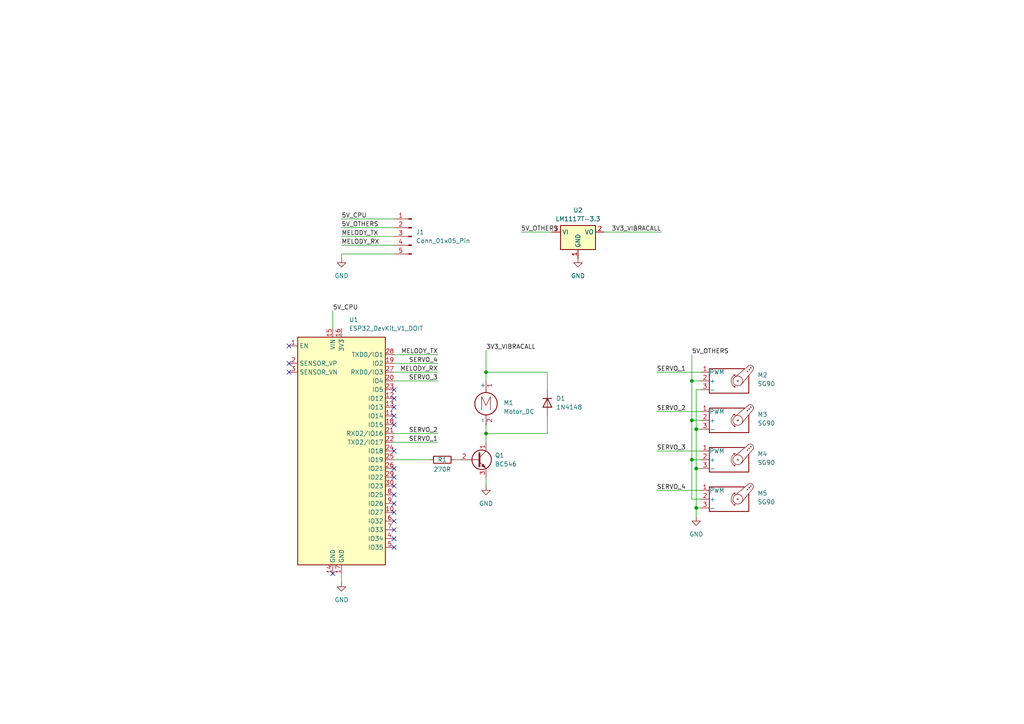
<source format=kicad_sch>
(kicad_sch (version 20250114) (generator "eeschema") (generator_version "9.0")
  (paper "A4")
  (title_block (title "Accessibility Module") (rev "2") (company "UTFPR") (comment 1 "Integration Workshop"))
  (lib_symbols
    (symbol "Connector:Conn_01x05_Pin" (pin_names (offset 1.016) (hide yes))
      (property "Reference" "J" (at 0 7.62 0))
      (property "Value" "Conn_01x05_Pin" (at 0 -7.62 0))
      (symbol "Conn_01x05_Pin_1_1"
        (rectangle (start 0.8636 5.207) (end 0 4.953) (stroke (width 0.1524)) (fill (type outline)))
        (rectangle (start 0.8636 2.667) (end 0 2.413) (stroke (width 0.1524)) (fill (type outline)))
        (rectangle (start 0.8636 0.127) (end 0 -0.127) (stroke (width 0.1524)) (fill (type outline)))
        (rectangle (start 0.8636 -2.413) (end 0 -2.667) (stroke (width 0.1524)) (fill (type outline)))
        (rectangle (start 0.8636 -4.953) (end 0 -5.207) (stroke (width 0.1524)) (fill (type outline)))
        (polyline (pts (xy 1.27 5.08) (xy 0.8636 5.08)) (stroke (width 0.1524)))
        (polyline (pts (xy 1.27 2.54) (xy 0.8636 2.54)) (stroke (width 0.1524)))
        (polyline (pts (xy 1.27 0) (xy 0.8636 0)) (stroke (width 0.1524)))
        (polyline (pts (xy 1.27 -2.54) (xy 0.8636 -2.54)) (stroke (width 0.1524)))
        (polyline (pts (xy 1.27 -5.08) (xy 0.8636 -5.08)) (stroke (width 0.1524)))
        (pin passive line (at 5.08 5.08 180) (length 3.81) (name "Pin_1") (number "1"))
        (pin passive line (at 5.08 2.54 180) (length 3.81) (name "Pin_2") (number "2"))
        (pin passive line (at 5.08 0 180) (length 3.81) (name "Pin_3") (number "3"))
        (pin passive line (at 5.08 -2.54 180) (length 3.81) (name "Pin_4") (number "4"))
        (pin passive line (at 5.08 -5.08 180) (length 3.81) (name "Pin_5") (number "5"))
      )
    )
    (symbol "Device:D" (pin_numbers (hide yes)) (pin_names (offset 1.016) (hide yes))
      (property "Reference" "D" (at 0 2.54 0))
      (property "Value" "D" (at 0 -2.54 0))
      (symbol "D_0_1"
        (polyline (pts (xy -1.27 1.27) (xy -1.27 -1.27)) (stroke (width 0.254)))
        (polyline (pts (xy 1.27 1.27) (xy 1.27 -1.27) (xy -1.27 0) (xy 1.27 1.27)) (stroke (width 0.254)))
        (polyline (pts (xy 1.27 0) (xy -1.27 0)))
      )
      (symbol "D_1_1"
        (pin passive line (at -3.81 0 0) (length 2.54) (name "K") (number "1"))
        (pin passive line (at 3.81 0 180) (length 2.54) (name "A") (number "2"))
      )
    )
    (symbol "Device:R" (pin_numbers (hide yes)) (pin_names (offset 0))
      (property "Reference" "R" (at 2.032 0 90))
      (property "Value" "R" (at 0 0 90))
      (symbol "R_0_1"
        (rectangle (start -1.016 -2.54) (end 1.016 2.54) (stroke (width 0.254)))
      )
      (symbol "R_1_1"
        (pin passive line (at 0 3.81 270) (length 1.27) (name "~") (number "1"))
        (pin passive line (at 0 -3.81 90) (length 1.27) (name "~") (number "2"))
      )
    )
    (symbol "Motor:Motor_DC" (pin_names (offset 0))
      (property "Reference" "M" (at 2.54 2.54 0))
      (property "Value" "Motor_DC" (at 2.54 -5.08 0))
      (symbol "Motor_DC_0_0"
        (polyline (pts (xy -1.27 -3.302) (xy -1.27 0.508) (xy 0 -2.032) (xy 1.27 0.508) (xy 1.27 -3.302)))
      )
      (symbol "Motor_DC_0_1"
        (polyline (pts (xy 0 2.032) (xy 0 2.54)))
        (polyline (pts (xy 0 1.7272) (xy 0 2.0828)))
        (circle (center 0 -1.524) (radius 3.2512) (stroke (width 0.254)))
        (polyline (pts (xy 0 -4.7752) (xy 0 -5.1816)))
        (polyline (pts (xy 0 -7.62) (xy 0 -7.112)))
      )
      (symbol "Motor_DC_1_1"
        (pin passive line (at 0 5.08 270) (length 2.54) (name "+") (number "1"))
        (pin passive line (at 0 -7.62 90) (length 2.54) (name "-") (number "2"))
      )
    )
    (symbol "Motor:Motor_Servo" (pin_names (offset 0.0254))
      (property "Reference" "M" (at -5.08 4.445 0))
      (property "Value" "Motor_Servo" (at -5.08 -4.064 0))
      (symbol "Motor_Servo_0_1"
        (polyline (pts (xy 2.413 1.778) (xy 1.905 1.778)))
        (polyline (pts (xy 2.413 1.778) (xy 2.286 1.397)))
        (polyline (pts (xy 2.413 -1.778) (xy 2.032 -1.778)))
        (polyline (pts (xy 2.413 -1.778) (xy 2.286 -1.397)))
        (arc (start 2.413 -1.778) (mid 1.2406 0) (end 2.413 1.778))
        (circle (center 3.175 0) (radius 0.1778))
        (circle (center 3.175 0) (radius 1.4224))
        (polyline (pts (xy 5.08 3.556) (xy -5.08 3.556) (xy -5.08 -3.556) (xy 6.35 -3.556) (xy 6.35 1.524)) (stroke (width 0.254)))
        (circle (center 5.969 2.794) (radius 0.127))
        (polyline (pts (xy 6.35 4.445) (xy 2.54 1.27)))
        (circle (center 6.477 3.302) (radius 0.127))
        (arc (start 6.35 4.445) (mid 7.4487 4.2737) (end 7.62 3.175))
        (circle (center 6.985 3.81) (radius 0.127))
        (polyline (pts (xy 7.62 3.175) (xy 4.191 -1.016)))
      )
      (symbol "Motor_Servo_1_1"
        (pin passive line (at -7.62 2.54 0) (length 2.54) (name "PWM") (number "1"))
        (pin passive line (at -7.62 0 0) (length 2.54) (name "+") (number "2"))
        (pin passive line (at -7.62 -2.54 0) (length 2.54) (name "-") (number "3"))
      )
    )
    (symbol "Regulator_Linear:LM1117T-3.3"
      (property "Reference" "U" (at -3.81 3.175 0))
      (property "Value" "LM1117T-3.3" (at 0 3.175 0))
      (symbol "LM1117T-3.3_0_1"
        (rectangle (start -5.08 -5.08) (end 5.08 1.905) (stroke (width 0.254)) (fill (type background)))
      )
      (symbol "LM1117T-3.3_1_1"
        (pin power_in line (at -7.62 0 0) (length 2.54) (name "VI") (number "3"))
        (pin power_in line (at 0 -7.62 90) (length 2.54) (name "GND") (number "1"))
        (pin power_out line (at 7.62 0 180) (length 2.54) (name "VO") (number "2"))
      )
    )
    (symbol "Transistor_BJT:BC546" (pin_names (offset 0) (hide yes))
      (property "Reference" "Q" (at 5.08 1.905 0))
      (property "Value" "BC546" (at 5.08 0 0))
      (symbol "BC546_0_1"
        (polyline (pts (xy -2.54 0) (xy 0.635 0)))
        (polyline (pts (xy 0.635 1.905) (xy 0.635 -1.905)) (stroke (width 0.508)))
        (circle (center 1.27 0) (radius 2.8194) (stroke (width 0.254)))
      )
      (symbol "BC546_1_1"
        (polyline (pts (xy 0.635 0.635) (xy 2.54 2.54)))
        (polyline (pts (xy 0.635 -0.635) (xy 2.54 -2.54)))
        (polyline (pts (xy 1.27 -1.778) (xy 1.778 -1.27) (xy 2.286 -2.286) (xy 1.27 -1.778)) (fill (type outline)))
        (pin input line (at -5.08 0 0) (length 2.54) (name "B") (number "2"))
        (pin passive line (at 2.54 5.08 270) (length 2.54) (name "C") (number "1"))
        (pin passive line (at 2.54 -5.08 90) (length 2.54) (name "E") (number "3"))
      )
    )
    (symbol "esp32_devkit_v1_doit:ESP32_DevKit_V1_DOIT"
      (property "Reference" "U1" (at 2.1433 38.1 0))
      (property "Value" "ESP32_DevKit_V1_DOIT" (at 2.1433 35.56 0))
      (symbol "ESP32_DevKit_V1_DOIT_1_1"
        (rectangle (start -12.7 33.02) (end 12.7 -33.02) (stroke (width 0.254)) (fill (type background)))
        (pin input line (at -15.24 30.48 0) (length 2.54) (name "EN") (number "1"))
        (pin input line (at -15.24 25.4 0) (length 2.54) (name "SENSOR_VP") (number "2"))
        (pin input line (at -15.24 22.86 0) (length 2.54) (name "SENSOR_VN") (number "3"))
        (pin power_in line (at -2.54 35.56 270) (length 2.54) (name "VIN") (number "15"))
        (pin power_in line (at -2.54 -35.56 90) (length 2.54) (name "GND") (number "14"))
        (pin power_in line (at 0 35.56 270) (length 2.54) (name "3V3") (number "16"))
        (pin power_in line (at 0 -35.56 90) (length 2.54) (name "GND") (number "17"))
        (pin bidirectional line (at 15.24 27.94 180) (length 2.54) (name "TXD0/IO1") (number "28"))
        (pin bidirectional line (at 15.24 25.4 180) (length 2.54) (name "IO2") (number "19"))
        (pin bidirectional line (at 15.24 22.86 180) (length 2.54) (name "RXD0/IO3") (number "27"))
        (pin bidirectional line (at 15.24 20.32 180) (length 2.54) (name "IO4") (number "20"))
        (pin bidirectional line (at 15.24 17.78 180) (length 2.54) (name "IO5") (number "23"))
        (pin bidirectional line (at 15.24 15.24 180) (length 2.54) (name "IO12") (number "12"))
        (pin bidirectional line (at 15.24 12.7 180) (length 2.54) (name "IO13") (number "13"))
        (pin bidirectional line (at 15.24 10.16 180) (length 2.54) (name "IO14") (number "11"))
        (pin bidirectional line (at 15.24 7.62 180) (length 2.54) (name "IO15") (number "18"))
        (pin bidirectional line (at 15.24 5.08 180) (length 2.54) (name "RXD2/IO16") (number "21"))
        (pin bidirectional line (at 15.24 2.54 180) (length 2.54) (name "TXD2/IO17") (number "22"))
        (pin bidirectional line (at 15.24 0 180) (length 2.54) (name "IO18") (number "24"))
        (pin bidirectional line (at 15.24 -2.54 180) (length 2.54) (name "IO19") (number "25"))
        (pin bidirectional line (at 15.24 -5.08 180) (length 2.54) (name "IO21") (number "26"))
        (pin bidirectional line (at 15.24 -7.62 180) (length 2.54) (name "IO22") (number "29"))
        (pin bidirectional line (at 15.24 -10.16 180) (length 2.54) (name "IO23") (number "30"))
        (pin bidirectional line (at 15.24 -12.7 180) (length 2.54) (name "IO25") (number "8"))
        (pin bidirectional line (at 15.24 -15.24 180) (length 2.54) (name "IO26") (number "9"))
        (pin bidirectional line (at 15.24 -17.78 180) (length 2.54) (name "IO27") (number "10"))
        (pin bidirectional line (at 15.24 -20.32 180) (length 2.54) (name "IO32") (number "6"))
        (pin bidirectional line (at 15.24 -22.86 180) (length 2.54) (name "IO33") (number "7"))
        (pin input line (at 15.24 -25.4 180) (length 2.54) (name "IO34") (number "4"))
        (pin input line (at 15.24 -27.94 180) (length 2.54) (name "IO35") (number "5"))
      )
    )
    (symbol "power:GND" (power) (pin_numbers (hide yes)) (pin_names (offset 0) (hide yes))
      (property "Value" "GND" (at 0 -3.81 0))
      (symbol "GND_0_1"
        (polyline (pts (xy 0 0) (xy 0 -1.27) (xy 1.27 -1.27) (xy 0 -2.54) (xy -1.27 -1.27) (xy 0 -1.27)))
      )
      (symbol "GND_1_1"
        (pin power_in line (at 0 0 270) (length 0) (name "~") (number "1"))
      )
    )
  )
  (junction (at 200.66 133.35))
  (junction (at 201.93 147.32))
  (junction (at 140.97 125.73))
  (junction (at 201.93 124.46))
  (junction (at 200.66 121.92))
  (junction (at 201.93 135.89))
  (junction (at 200.66 110.49))
  (junction (at 140.97 107.95))
  (no_connect (at 114.3 156.21))
  (no_connect (at 114.3 130.81))
  (no_connect (at 114.3 118.11))
  (no_connect (at 114.3 135.89))
  (no_connect (at 114.3 113.03))
  (no_connect (at 96.52 166.37))
  (no_connect (at 114.3 140.97))
  (no_connect (at 114.3 143.51))
  (no_connect (at 83.82 100.33))
  (no_connect (at 114.3 153.67))
  (no_connect (at 114.3 115.57))
  (no_connect (at 114.3 146.05))
  (no_connect (at 114.3 120.65))
  (no_connect (at 83.82 107.95))
  (no_connect (at 83.82 105.41))
  (no_connect (at 114.3 158.75))
  (no_connect (at 114.3 123.19))
  (no_connect (at 114.3 148.59))
  (no_connect (at 114.3 151.13))
  (no_connect (at 114.3 138.43))
  (wire (pts (xy 99.06 68.58) (xy 114.3 68.58)))
  (wire (pts (xy 175.26 67.31) (xy 191.77 67.31)))
  (wire (pts (xy 201.93 124.46) (xy 203.2 124.46)))
  (wire (pts (xy 140.97 101.6) (xy 140.97 107.95)))
  (wire (pts (xy 140.97 123.19) (xy 140.97 125.73)))
  (wire (pts (xy 99.06 71.12) (xy 114.3 71.12)))
  (wire (pts (xy 200.66 110.49) (xy 200.66 121.92)))
  (wire (pts (xy 200.66 133.35) (xy 203.2 133.35)))
  (wire (pts (xy 99.06 73.66) (xy 114.3 73.66)))
  (wire (pts (xy 132.08 133.35) (xy 133.35 133.35)))
  (wire (pts (xy 201.93 135.89) (xy 201.93 124.46)))
  (wire (pts (xy 201.93 149.86) (xy 201.93 147.32)))
  (wire (pts (xy 114.3 105.41) (xy 127 105.41)))
  (wire (pts (xy 114.3 102.87) (xy 127 102.87)))
  (wire (pts (xy 190.5 119.38) (xy 203.2 119.38)))
  (wire (pts (xy 201.93 113.03) (xy 203.2 113.03)))
  (wire (pts (xy 99.06 166.37) (xy 99.06 168.91)))
  (wire (pts (xy 203.2 142.24) (xy 190.5 142.24)))
  (wire (pts (xy 140.97 125.73) (xy 158.75 125.73)))
  (wire (pts (xy 200.66 121.92) (xy 200.66 133.35)))
  (wire (pts (xy 114.3 128.27) (xy 127 128.27)))
  (wire (pts (xy 201.93 147.32) (xy 203.2 147.32)))
  (wire (pts (xy 140.97 138.43) (xy 140.97 140.97)))
  (wire (pts (xy 140.97 125.73) (xy 140.97 128.27)))
  (wire (pts (xy 200.66 133.35) (xy 200.66 144.78)))
  (wire (pts (xy 114.3 133.35) (xy 124.46 133.35)))
  (wire (pts (xy 200.66 121.92) (xy 203.2 121.92)))
  (wire (pts (xy 96.52 90.17) (xy 96.52 95.25)))
  (wire (pts (xy 201.93 135.89) (xy 203.2 135.89)))
  (wire (pts (xy 201.93 124.46) (xy 201.93 113.03)))
  (wire (pts (xy 158.75 125.73) (xy 158.75 120.65)))
  (wire (pts (xy 114.3 110.49) (xy 127 110.49)))
  (wire (pts (xy 151.13 67.31) (xy 160.02 67.31)))
  (wire (pts (xy 140.97 107.95) (xy 140.97 110.49)))
  (wire (pts (xy 200.66 110.49) (xy 203.2 110.49)))
  (wire (pts (xy 99.06 74.93) (xy 99.06 73.66)))
  (wire (pts (xy 158.75 107.95) (xy 140.97 107.95)))
  (wire (pts (xy 114.3 125.73) (xy 127 125.73)))
  (wire (pts (xy 114.3 107.95) (xy 127 107.95)))
  (wire (pts (xy 190.5 107.95) (xy 203.2 107.95)))
  (wire (pts (xy 99.06 63.5) (xy 114.3 63.5)))
  (wire (pts (xy 200.66 102.87) (xy 200.66 110.49)))
  (wire (pts (xy 203.2 144.78) (xy 200.66 144.78)))
  (wire (pts (xy 201.93 147.32) (xy 201.93 135.89)))
  (wire (pts (xy 158.75 113.03) (xy 158.75 107.95)))
  (wire (pts (xy 190.5 130.81) (xy 203.2 130.81)))
  (wire (pts (xy 99.06 66.04) (xy 114.3 66.04)))
  (label "SERVO_1" (at 190.5 107.95 0))
  (label "5V_OTHERS" (at 200.66 102.87 0))
  (label "MELODY_TX" (at 127 102.87 180))
  (label "MELODY_RX" (at 127 107.95 180))
  (label "SERVO_1" (at 127 128.27 180))
  (label "SERVO_4" (at 190.5 142.24 0))
  (label "3V3_VIBRACALL" (at 191.77 67.31 180))
  (label "SERVO_2" (at 127 125.73 180))
  (label "SERVO_3" (at 190.5 130.81 0))
  (label "MELODY_TX" (at 99.06 68.58 0))
  (label "SERVO_2" (at 190.5 119.38 0))
  (label "5V_CPU" (at 96.52 90.17 0))
  (label "5V_CPU" (at 99.06 63.5 0))
  (label "5V_OTHERS" (at 99.06 66.04 0))
  (label "SERVO_3" (at 127 110.49 180))
  (label "3V3_VIBRACALL" (at 140.97 101.6 0))
  (label "MELODY_RX" (at 99.06 71.12 0))
  (label "5V_OTHERS" (at 151.13 67.31 0))
  (label "SERVO_4" (at 127 105.41 180))
  (symbol (lib_id "Motor:Motor_Servo") (at 210.82 121.92 0) (unit 1)
    (property "Reference" "M3" (at 219.71 120.2168 0) (effects (justify left)))
    (property "Value" "SG90" (at 219.71 122.7568 0) (effects (justify left)))
    (property "Footprint" "Connector_PinHeader_2.54mm:PinHeader_1x03_P2.54mm_Vertical" (effects (hide yes)))
    (property "Datasheet" "http://forums.parallax.com/uploads/attachments/46831/74481.png" (effects (hide yes)))
    (property "Description" "Servo Motor (Futaba, HiTec, JR connector)" (effects (hide yes)))
  )
  (symbol (lib_id "Motor:Motor_Servo") (at 210.82 133.35 0) (unit 1)
    (property "Reference" "M4" (at 219.71 131.6468 0) (effects (justify left)))
    (property "Value" "SG90" (at 219.71 134.1868 0) (effects (justify left)))
    (property "Footprint" "Connector_PinHeader_2.54mm:PinHeader_1x03_P2.54mm_Vertical" (effects (hide yes)))
    (property "Datasheet" "http://forums.parallax.com/uploads/attachments/46831/74481.png" (effects (hide yes)))
    (property "Description" "Servo Motor (Futaba, HiTec, JR connector)" (effects (hide yes)))
  )
  (symbol (lib_id "power:GND") (at 99.06 168.91 0) (unit 1)
    (property "Reference" "#PWR03" (effects (hide yes)))
    (property "Value" "GND" (at 99.06 173.99 0))
    (property "Description" "Power symbol creates a global label with name \"GND\" , ground" (effects (hide yes)))
  )
  (symbol (lib_id "esp32_devkit_v1_doit:ESP32_DevKit_V1_DOIT") (at 99.06 130.81 0) (unit 1)
    (property "Reference" "U1" (at 101.2033 92.71 0) (effects (justify left)))
    (property "Value" "ESP32_DevKit_V1_DOIT" (at 101.2033 95.25 0) (effects (justify left)))
    (property "Footprint" "esp32_devkit_v1_doit:esp32_devkit_v1_doit" (effects (hide yes)))
    (property "Datasheet" "https://aliexpress.com/item/32864722159.html" (effects (hide yes)))
    (property "Description" "32-bit microcontroller module with WiFi and Bluetooth" (effects (hide yes)))
  )
  (symbol (lib_id "power:GND") (at 201.93 149.86 0) (unit 1)
    (property "Reference" "#PWR02" (effects (hide yes)))
    (property "Value" "GND" (at 201.93 154.94 0))
    (property "Description" "Power symbol creates a global label with name \"GND\" , ground" (effects (hide yes)))
  )
  (symbol (lib_id "Motor:Motor_Servo") (at 210.82 144.78 0) (unit 1)
    (property "Reference" "M5" (at 219.71 143.0768 0) (effects (justify left)))
    (property "Value" "SG90" (at 219.71 145.6168 0) (effects (justify left)))
    (property "Footprint" "Connector_PinHeader_2.54mm:PinHeader_1x03_P2.54mm_Vertical" (effects (hide yes)))
    (property "Datasheet" "http://forums.parallax.com/uploads/attachments/46831/74481.png" (effects (hide yes)))
    (property "Description" "Servo Motor (Futaba, HiTec, JR connector)" (effects (hide yes)))
  )
  (symbol (lib_id "Transistor_BJT:BC546") (at 138.43 133.35 0) (unit 1)
    (property "Reference" "Q1" (at 143.51 132.0799 0) (effects (justify left)))
    (property "Value" "BC546" (at 143.51 134.6199 0) (effects (justify left)))
    (property "Footprint" "Package_TO_SOT_THT:TO-92_Inline" (effects (hide yes)))
    (property "Datasheet" "https://www.onsemi.com/pub/Collateral/BC550-D.pdf" (effects (hide yes)))
    (property "Description" "0.1A Ic, 65V Vce, Small Signal NPN Transistor, TO-92" (effects (hide yes)))
  )
  (symbol (lib_id "Connector:Conn_01x05_Pin") (at 119.38 68.58 0) (mirror y) (unit 1)
    (property "Reference" "J1" (at 120.65 67.3099 0) (effects (justify right)))
    (property "Value" "Conn_01x05_Pin" (at 120.65 69.8499 0) (effects (justify right)))
    (property "Footprint" "Connector_PinHeader_2.54mm:PinHeader_1x05_P2.54mm_Vertical" (effects (hide yes)))
    (property "Description" "Generic connector, single row, 01x05, script generated" (effects (hide yes)))
  )
  (symbol (lib_id "power:GND") (at 140.97 140.97 0) (unit 1)
    (property "Reference" "#PWR01" (effects (hide yes)))
    (property "Value" "GND" (at 140.97 146.05 0))
    (property "Description" "Power symbol creates a global label with name \"GND\" , ground" (effects (hide yes)))
  )
  (symbol (lib_id "Motor:Motor_Servo") (at 210.82 110.49 0) (unit 1)
    (property "Reference" "M2" (at 219.71 108.7868 0) (effects (justify left)))
    (property "Value" "SG90" (at 219.71 111.3268 0) (effects (justify left)))
    (property "Footprint" "Connector_PinHeader_2.54mm:PinHeader_1x03_P2.54mm_Vertical" (effects (hide yes)))
    (property "Datasheet" "http://forums.parallax.com/uploads/attachments/46831/74481.png" (effects (hide yes)))
    (property "Description" "Servo Motor (Futaba, HiTec, JR connector)" (effects (hide yes)))
  )
  (symbol (lib_id "Device:R") (at 128.27 133.35 90) (unit 1)
    (property "Reference" "R1" (at 128.27 133.35 90))
    (property "Value" "270R" (at 128.27 136.144 90))
    (property "Footprint" "Resistor_THT:R_Axial_DIN0204_L3.6mm_D1.6mm_P7.62mm_Horizontal" (effects (hide yes)))
    (property "Description" "Resistor" (effects (hide yes)))
  )
  (symbol (lib_id "Regulator_Linear:LM1117T-3.3") (at 167.64 67.31 0) (unit 1)
    (property "Reference" "U2" (at 167.64 60.96 0))
    (property "Value" "LM1117T-3.3" (at 167.64 63.5 0))
    (property "Footprint" "Package_TO_SOT_THT:TO-220-3_Vertical" (effects (hide yes)))
    (property "Datasheet" "http://www.ti.com/lit/ds/symlink/lm1117.pdf" (effects (hide yes)))
    (property "Description" "800mA Low-Dropout Linear Regulator, 3.3V fixed output, TO-220" (effects (hide yes)))
  )
  (symbol (lib_id "Motor:Motor_DC") (at 140.97 115.57 0) (unit 1)
    (property "Reference" "M1" (at 146.05 116.8399 0) (effects (justify left)))
    (property "Value" "Motor_DC" (at 146.05 119.3799 0) (effects (justify left)))
    (property "Footprint" "Connector_PinHeader_2.54mm:PinHeader_1x02_P2.54mm_Vertical" (effects (hide yes)))
    (property "Description" "DC Motor" (effects (hide yes)))
  )
  (symbol (lib_id "power:GND") (at 99.06 74.93 0) (unit 1)
    (property "Reference" "#PWR04" (effects (hide yes)))
    (property "Value" "GND" (at 99.06 80.01 0))
    (property "Description" "Power symbol creates a global label with name \"GND\" , ground" (effects (hide yes)))
  )
  (symbol (lib_id "power:GND") (at 167.64 74.93 0) (unit 1)
    (property "Reference" "#PWR05" (effects (hide yes)))
    (property "Value" "GND" (at 167.64 80.01 0))
    (property "Description" "Power symbol creates a global label with name \"GND\" , ground" (effects (hide yes)))
  )
  (symbol (lib_id "Device:D") (at 158.75 116.84 270) (unit 1)
    (property "Reference" "D1" (at 161.29 115.5699 90) (effects (justify left)))
    (property "Value" "1N4148" (at 161.29 118.1099 90) (effects (justify left)))
    (property "Footprint" "Diode_THT:D_DO-35_SOD27_P7.62mm_Horizontal" (effects (hide yes)))
    (property "Description" "Diode" (effects (hide yes)))
    (property "Sim.Device" "D" (effects (hide yes)))
    (property "Sim.Pins" "1=K 2=A" (effects (hide yes)))
  )
)
</source>
